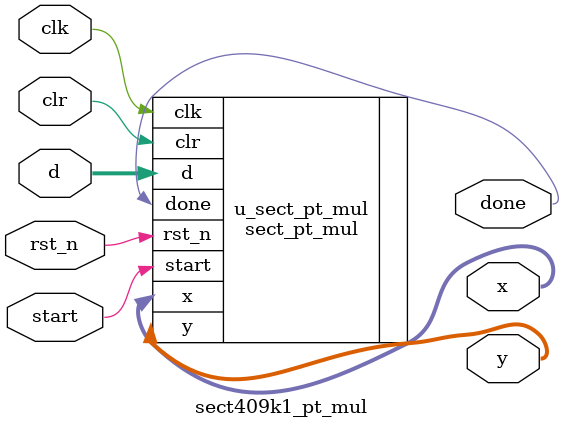
<source format=v>


module sect409k1_pt_mul (
    // System signals
    input clk,                      // system clock
    input rst_n,                    // system asynchronous reset, active low
    input clr,                      // synchronous clear

    // Data interface
    input start,                    // computation start
    input [408:0] d,                // input scalar
    output done,                    // computation done
    output [408:0] x,               // output x coordinate of d*G
    output [408:0] y                // output y coordinate of d*G
);

// Local parameters
localparam M = 409;                 // degree of f(x)
localparam FX = 409'h8000000000000000000001;    // binary representation of f(x)
localparam B = 409'h1;              // coefficient b of E
localparam XG = 409'h60f05f658f49c1ad3ab1890f7184210efd0987e307c84c27accfb8f9f67cc2c460189eb5aaaa62ee222eb1b35540cfe9023746;        // x coordinate of G
localparam YG = 409'h1e369050b7c4e42acba1dacbf04299c3460782f918ea427e6325165e9ea10e3da5f6c42e9c55215aa9ca27a5863ec48d8e0286b;       // y coordinate of G
localparam XG_SQR = 409'h4f116a845dbecf0cb02a9c30ad51e279c6e27685a471902edec4a1095745c17f3ee88035e15eaa5782daf7d44b02a48d9f329e;    // squaring of x coordinate of G
localparam XG_INV = 409'h11f2a80b9f0d6b74642c7e43ae0a0ac075c83f4c75dedb788caaf17981fded5dd6da98aa0a0132d58a6fa5035baeaf05894a298;   // inversion of x coordinate of G
localparam NUM_CYCLE_MUL = 6;       // number of computation cycles minus 1 in f2m_mul module (= NUM_SEG)


// Instance
sect_pt_mul #(
    .M              (M),
    .FX             (FX),
    .B              (B),
    .XG             (XG),
    .YG             (YG),
    .XG_SQR         (XG_SQR),
    .XG_INV         (XG_INV),
    .NUM_CYCLE_MUL  (NUM_CYCLE_MUL)
) u_sect_pt_mul (
    .clk            (clk),
    .rst_n          (rst_n),
    .clr            (clr),
    .start          (start),
    .d              (d),
    .done           (done),
    .x              (x),
    .y              (y)
);


endmodule

</source>
